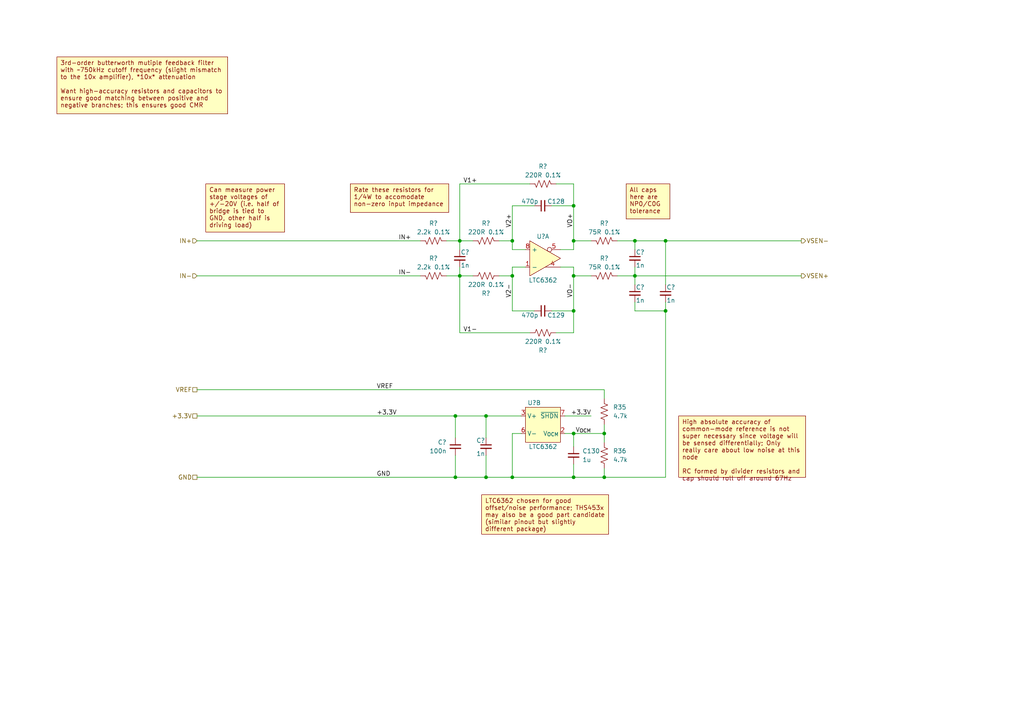
<source format=kicad_sch>
(kicad_sch (version 20230121) (generator eeschema)
  (paper "A4")
  (title_block (title "Shim Amplifier Prototype") (date "2023-08-01") (rev "A.1") (company "Ishaan Govindarajan"))
  (lib_symbols
    (symbol "Custom-AnalogIC:LTC6362"
      (property "Reference" "U" (at -2.54 6.35 0))
      (property "Value" "LTC6362" (at 0 -6.35 0))
      (symbol "LTC6362_1_1"
        (polyline (pts (xy -3.81 5.08) (xy -3.81 -5.08) (xy 5.08 0) (xy -3.81 5.08)) (fill (type background)))
        (pin input line (at -5.08 -2.54 0) (length 1.27) (name "-") (number "1"))
        (pin output line (at 5.08 -2.54 180) (length 4.445) (name "") (number "4"))
        (pin output inverted (at 5.08 2.54 180) (length 3.81) (name "") (number "5"))
        (pin input line (at -5.08 2.54 0) (length 1.27) (name "+") (number "8"))
      )
      (symbol "LTC6362_2_1"
        (rectangle (start -5.08 5.08) (end 5.08 -5.08) (fill (type background)))
        (pin input line (at 6.35 -2.54 180) (length 1.27) (name "V_{OCM}") (number "2"))
        (pin power_in line (at -6.35 2.54 0) (length 1.27) (name "V+") (number "3"))
        (pin power_in line (at -6.35 -2.54 0) (length 1.27) (name "V-") (number "6"))
        (pin input line (at 6.35 2.54 180) (length 1.27) (name "~{SHDN}") (number "7"))
      )
    )
    (symbol "Custom-Capacitor:CL10B102KB8NNNC" (pin_numbers hide) (pin_names (offset 0.254) hide)
      (property "Reference" "C" (at 0.254 1.778 0))
      (property "Value" "1n" (at 0.254 -2.032 0))
      (symbol "CL10B102KB8NNNC_0_1"
        (polyline (pts (xy -1.524 -0.508) (xy 1.524 -0.508)) (stroke (width 0.3302)))
        (polyline (pts (xy -1.524 0.508) (xy 1.524 0.508)) (stroke (width 0.3048)))
      )
      (symbol "CL10B102KB8NNNC_1_1"
        (pin passive line (at 0 2.54 270) (length 2.032) (name "~") (number "1"))
        (pin passive line (at 0 -2.54 90) (length 2.032) (name "~") (number "2"))
      )
    )
    (symbol "Custom-Capacitor:CL10B104KB8NNWC" (pin_numbers hide) (pin_names (offset 0.254) hide)
      (property "Reference" "C" (at 0.254 1.778 0))
      (property "Value" "100n" (at 0.254 -2.032 0))
      (symbol "CL10B104KB8NNWC_0_1"
        (polyline (pts (xy -1.524 -0.508) (xy 1.524 -0.508)) (stroke (width 0.3302)))
        (polyline (pts (xy -1.524 0.508) (xy 1.524 0.508)) (stroke (width 0.3048)))
      )
      (symbol "CL10B104KB8NNWC_1_1"
        (pin passive line (at 0 2.54 270) (length 2.032) (name "~") (number "1"))
        (pin passive line (at 0 -2.54 90) (length 2.032) (name "~") (number "2"))
      )
    )
    (symbol "Custom-Capacitor:CL21B105KBFNNNG" (pin_numbers hide) (pin_names (offset 0.254) hide)
      (property "Reference" "C" (at 0.254 1.778 0))
      (property "Value" "1u" (at 0.254 -2.032 0))
      (symbol "CL21B105KBFNNNG_0_1"
        (polyline (pts (xy -1.524 -0.508) (xy 1.524 -0.508)) (stroke (width 0.3302)))
        (polyline (pts (xy -1.524 0.508) (xy 1.524 0.508)) (stroke (width 0.3048)))
      )
      (symbol "CL21B105KBFNNNG_1_1"
        (pin passive line (at 0 2.54 270) (length 2.032) (name "~") (number "1"))
        (pin passive line (at 0 -2.54 90) (length 2.032) (name "~") (number "2"))
      )
    )
    (symbol "Custom-Capacitor:GCM1885C2A471FA16D" (pin_numbers hide) (pin_names (offset 0.254) hide)
      (property "Reference" "C" (at 0.254 1.778 0))
      (property "Value" "470p" (at 0.254 -2.032 0))
      (symbol "GCM1885C2A471FA16D_0_1"
        (polyline (pts (xy -1.524 -0.508) (xy 1.524 -0.508)) (stroke (width 0.3302)))
        (polyline (pts (xy -1.524 0.508) (xy 1.524 0.508)) (stroke (width 0.3048)))
      )
      (symbol "GCM1885C2A471FA16D_1_1"
        (pin passive line (at 0 2.54 270) (length 2.032) (name "~") (number "1"))
        (pin passive line (at 0 -2.54 90) (length 2.032) (name "~") (number "2"))
      )
    )
    (symbol "Custom-Resistor:RMCF0603FT4K70" (pin_numbers hide) (pin_names (offset 0))
      (property "Reference" "R" (at 2.54 0 90))
      (property "Value" "4.7k" (at -2.54 0 90))
      (symbol "RMCF0603FT4K70_0_1"
        (polyline (pts (xy 0 -2.286) (xy 0 -2.54)))
        (polyline (pts (xy 0 2.286) (xy 0 2.54)))
        (polyline (pts (xy 0 -0.762) (xy 1.016 -1.143) (xy 0 -1.524) (xy -1.016 -1.905) (xy 0 -2.286)))
        (polyline (pts (xy 0 0.762) (xy 1.016 0.381) (xy 0 0) (xy -1.016 -0.381) (xy 0 -0.762)))
        (polyline (pts (xy 0 2.286) (xy 1.016 1.905) (xy 0 1.524) (xy -1.016 1.143) (xy 0 0.762)))
      )
      (symbol "RMCF0603FT4K70_1_1"
        (pin passive line (at 0 3.81 270) (length 1.27) (name "~") (number "1"))
        (pin passive line (at 0 -3.81 90) (length 1.27) (name "~") (number "2"))
      )
    )
    (symbol "Custom-Resistor:RN73R1JTTD2200B25" (pin_numbers hide) (pin_names (offset 0))
      (property "Reference" "R" (at 2.54 0 90))
      (property "Value" "220R 0.1%" (at -2.54 0 90))
      (symbol "RN73R1JTTD2200B25_0_1"
        (polyline (pts (xy 0 -2.286) (xy 0 -2.54)))
        (polyline (pts (xy 0 2.286) (xy 0 2.54)))
        (polyline (pts (xy 0 -0.762) (xy 1.016 -1.143) (xy 0 -1.524) (xy -1.016 -1.905) (xy 0 -2.286)))
        (polyline (pts (xy 0 0.762) (xy 1.016 0.381) (xy 0 0) (xy -1.016 -0.381) (xy 0 -0.762)))
        (polyline (pts (xy 0 2.286) (xy 1.016 1.905) (xy 0 1.524) (xy -1.016 1.143) (xy 0 0.762)))
      )
      (symbol "RN73R1JTTD2200B25_1_1"
        (pin passive line (at 0 3.81 270) (length 1.27) (name "~") (number "1"))
        (pin passive line (at 0 -3.81 90) (length 1.27) (name "~") (number "2"))
      )
    )
    (symbol "Custom-Resistor:RN73R1JTTD75R0B25" (pin_numbers hide) (pin_names (offset 0))
      (property "Reference" "R" (at 2.54 0 90))
      (property "Value" "75R 0.1%" (at -2.54 0 90))
      (symbol "RN73R1JTTD75R0B25_0_1"
        (polyline (pts (xy 0 -2.286) (xy 0 -2.54)))
        (polyline (pts (xy 0 2.286) (xy 0 2.54)))
        (polyline (pts (xy 0 -0.762) (xy 1.016 -1.143) (xy 0 -1.524) (xy -1.016 -1.905) (xy 0 -2.286)))
        (polyline (pts (xy 0 0.762) (xy 1.016 0.381) (xy 0 0) (xy -1.016 -0.381) (xy 0 -0.762)))
        (polyline (pts (xy 0 2.286) (xy 1.016 1.905) (xy 0 1.524) (xy -1.016 1.143) (xy 0 0.762)))
      )
      (symbol "RN73R1JTTD75R0B25_1_1"
        (pin passive line (at 0 3.81 270) (length 1.27) (name "~") (number "1"))
        (pin passive line (at 0 -3.81 90) (length 1.27) (name "~") (number "2"))
      )
    )
    (symbol "Custom-Resistor:RN73R2BTTD2201B25" (pin_numbers hide) (pin_names (offset 0))
      (property "Reference" "R" (at 2.54 0 90))
      (property "Value" "2.2k 0.1%" (at -2.54 0 90))
      (symbol "RN73R2BTTD2201B25_0_1"
        (polyline (pts (xy 0 -2.286) (xy 0 -2.54)))
        (polyline (pts (xy 0 2.286) (xy 0 2.54)))
        (polyline (pts (xy 0 -0.762) (xy 1.016 -1.143) (xy 0 -1.524) (xy -1.016 -1.905) (xy 0 -2.286)))
        (polyline (pts (xy 0 0.762) (xy 1.016 0.381) (xy 0 0) (xy -1.016 -0.381) (xy 0 -0.762)))
        (polyline (pts (xy 0 2.286) (xy 1.016 1.905) (xy 0 1.524) (xy -1.016 1.143) (xy 0 0.762)))
      )
      (symbol "RN73R2BTTD2201B25_1_1"
        (pin passive line (at 0 3.81 270) (length 1.27) (name "~") (number "1"))
        (pin passive line (at 0 -3.81 90) (length 1.27) (name "~") (number "2"))
      )
    )
  )
  (junction (at 132.08 120.65))
  (junction (at 133.35 80.01))
  (junction (at 184.15 80.01))
  (junction (at 175.26 138.43))
  (junction (at 166.37 90.17))
  (junction (at 193.04 90.17))
  (junction (at 132.08 138.43))
  (junction (at 133.35 69.85))
  (junction (at 193.04 69.85))
  (junction (at 140.97 138.43))
  (junction (at 166.37 125.73))
  (junction (at 148.59 80.01))
  (junction (at 166.37 69.85))
  (junction (at 166.37 138.43))
  (junction (at 148.59 69.85))
  (junction (at 175.26 125.73))
  (junction (at 140.97 120.65))
  (junction (at 148.59 138.43))
  (junction (at 184.15 69.85))
  (junction (at 166.37 59.69))
  (junction (at 166.37 80.01))
  (wire (pts (xy 166.37 138.43) (xy 175.26 138.43)))
  (wire (pts (xy 166.37 53.34) (xy 166.37 59.69)))
  (wire (pts (xy 152.4 77.47) (xy 148.59 77.47)))
  (wire (pts (xy 166.37 59.69) (xy 160.02 59.69)))
  (wire (pts (xy 163.83 125.73) (xy 166.37 125.73)))
  (wire (pts (xy 175.26 135.89) (xy 175.26 138.43)))
  (wire (pts (xy 193.04 90.17) (xy 193.04 138.43)))
  (wire (pts (xy 175.26 138.43) (xy 193.04 138.43)))
  (wire (pts (xy 140.97 120.65) (xy 151.13 120.65)))
  (wire (pts (xy 166.37 90.17) (xy 160.02 90.17)))
  (wire (pts (xy 148.59 90.17) (xy 154.94 90.17)))
  (wire (pts (xy 175.26 125.73) (xy 175.26 123.19)))
  (wire (pts (xy 166.37 77.47) (xy 162.56 77.47)))
  (wire (pts (xy 184.15 69.85) (xy 184.15 72.39)))
  (wire (pts (xy 133.35 69.85) (xy 129.54 69.85)))
  (wire (pts (xy 166.37 134.62) (xy 166.37 138.43)))
  (wire (pts (xy 57.15 80.01) (xy 121.92 80.01)))
  (wire (pts (xy 132.08 138.43) (xy 140.97 138.43)))
  (wire (pts (xy 132.08 132.08) (xy 132.08 138.43)))
  (wire (pts (xy 166.37 96.52) (xy 161.29 96.52)))
  (wire (pts (xy 166.37 96.52) (xy 166.37 90.17)))
  (wire (pts (xy 148.59 138.43) (xy 166.37 138.43)))
  (wire (pts (xy 140.97 120.65) (xy 140.97 127)))
  (wire (pts (xy 166.37 80.01) (xy 166.37 77.47)))
  (wire (pts (xy 175.26 115.57) (xy 175.26 113.03)))
  (wire (pts (xy 148.59 125.73) (xy 151.13 125.73)))
  (wire (pts (xy 193.04 69.85) (xy 232.41 69.85)))
  (wire (pts (xy 163.83 120.65) (xy 171.45 120.65)))
  (wire (pts (xy 184.15 69.85) (xy 193.04 69.85)))
  (wire (pts (xy 175.26 125.73) (xy 175.26 128.27)))
  (wire (pts (xy 57.15 113.03) (xy 175.26 113.03)))
  (wire (pts (xy 57.15 138.43) (xy 132.08 138.43)))
  (wire (pts (xy 140.97 132.08) (xy 140.97 138.43)))
  (wire (pts (xy 166.37 59.69) (xy 166.37 69.85)))
  (wire (pts (xy 148.59 69.85) (xy 148.59 72.39)))
  (wire (pts (xy 171.45 69.85) (xy 166.37 69.85)))
  (wire (pts (xy 184.15 90.17) (xy 193.04 90.17)))
  (wire (pts (xy 148.59 69.85) (xy 148.59 59.69)))
  (wire (pts (xy 152.4 72.39) (xy 148.59 72.39)))
  (wire (pts (xy 153.67 96.52) (xy 133.35 96.52)))
  (wire (pts (xy 133.35 80.01) (xy 129.54 80.01)))
  (wire (pts (xy 184.15 69.85) (xy 179.07 69.85)))
  (wire (pts (xy 166.37 125.73) (xy 166.37 129.54)))
  (wire (pts (xy 184.15 80.01) (xy 184.15 82.55)))
  (wire (pts (xy 133.35 53.34) (xy 133.35 69.85)))
  (wire (pts (xy 57.15 120.65) (xy 132.08 120.65)))
  (wire (pts (xy 166.37 72.39) (xy 162.56 72.39)))
  (wire (pts (xy 232.41 80.01) (xy 184.15 80.01)))
  (wire (pts (xy 166.37 125.73) (xy 175.26 125.73)))
  (wire (pts (xy 132.08 120.65) (xy 140.97 120.65)))
  (wire (pts (xy 137.16 80.01) (xy 133.35 80.01)))
  (wire (pts (xy 166.37 53.34) (xy 161.29 53.34)))
  (wire (pts (xy 153.67 53.34) (xy 133.35 53.34)))
  (wire (pts (xy 148.59 69.85) (xy 144.78 69.85)))
  (wire (pts (xy 148.59 138.43) (xy 148.59 125.73)))
  (wire (pts (xy 133.35 69.85) (xy 133.35 72.39)))
  (wire (pts (xy 184.15 80.01) (xy 179.07 80.01)))
  (wire (pts (xy 148.59 80.01) (xy 144.78 80.01)))
  (wire (pts (xy 132.08 120.65) (xy 132.08 127)))
  (wire (pts (xy 184.15 87.63) (xy 184.15 90.17)))
  (wire (pts (xy 133.35 77.47) (xy 133.35 80.01)))
  (wire (pts (xy 137.16 69.85) (xy 133.35 69.85)))
  (wire (pts (xy 166.37 69.85) (xy 166.37 72.39)))
  (wire (pts (xy 148.59 77.47) (xy 148.59 80.01)))
  (wire (pts (xy 193.04 69.85) (xy 193.04 82.55)))
  (wire (pts (xy 57.15 69.85) (xy 121.92 69.85)))
  (wire (pts (xy 148.59 59.69) (xy 154.94 59.69)))
  (wire (pts (xy 166.37 90.17) (xy 166.37 80.01)))
  (wire (pts (xy 148.59 80.01) (xy 148.59 90.17)))
  (wire (pts (xy 171.45 80.01) (xy 166.37 80.01)))
  (wire (pts (xy 133.35 96.52) (xy 133.35 80.01)))
  (wire (pts (xy 140.97 138.43) (xy 148.59 138.43)))
  (wire (pts (xy 193.04 87.63) (xy 193.04 90.17)))
  (wire (pts (xy 184.15 77.47) (xy 184.15 80.01)))
  (text_box "LTC6362 chosen for good offset/noise performance; THS453x may also be a good part candidate (similar pinout but slightly different package)\n" (at 139.7 143.51 0) (size 36.83 11.43) (stroke (width 0) (color 132 0 0 1)) (fill (type color) (color 255 255 194 1)) (effects (font (size 1.27 1.27)) (justify left top)))
  (text_box "3rd-order butterworth mutiple feedback filter with ~750kHz cutoff frequency (slight mismatch to the 10x amplifier), *10x* attenuation\n\nWant high-accuracy resistors and capacitors to ensure good matching between positive and negative branches; this ensures good CMR" (at 16.51 16.51 0) (size 49.53 16.51) (stroke (width 0) (color 132 0 0 1)) (fill (type color) (color 255 255 194 1)) (effects (font (size 1.27 1.27)) (justify left top)))
  (text_box "All caps here are NP0/C0G tolerance\n" (at 181.61 53.34 0) (size 12.7 10.16) (stroke (width 0) (color 132 0 0 1)) (fill (type color) (color 255 255 194 1)) (effects (font (size 1.27 1.27)) (justify left top)))
  (text_box "Rate these resistors for 1/4W to accomodate non-zero input impedance" (at 101.6 53.34 0) (size 28.575 8.255) (stroke (width 0) (color 132 0 0 1)) (fill (type color) (color 255 255 194 1)) (effects (font (size 1.27 1.27)) (justify left top)))
  (text_box "Can measure power stage voltages of +/-20V (i.e. half of bridge is tied to GND, other half is driving load)" (at 59.69 53.34 0) (size 22.86 13.97) (stroke (width 0) (color 132 0 0 1)) (fill (type color) (color 255 255 194 1)) (effects (font (size 1.27 1.27)) (justify left top)))
  (text_box "High absolute accuracy of common-mode reference is not super necessary since voltage will be sensed differentially; Only really care about low noise at this node\n\nRC formed by divider resistors and cap should roll off around 67Hz\n" (at 196.85 120.65 0) (size 36.83 17.78) (stroke (width 0) (color 132 0 0 1)) (fill (type color) (color 255 255 194 1)) (effects (font (size 1.27 1.27)) (justify left top)))
  (label "+3.3V" (at 171.45 120.65 180))
  (label "V1-" (at 138.43 96.52 180))
  (label "GND" (at 109.22 138.43 0))
  (label "IN+" (at 115.57 69.85 0))
  (label "V2+" (at 148.59 66.04 90))
  (label "V_{OCM}" (at 171.45 125.73 180))
  (label "V1+" (at 138.43 53.34 180))
  (label "VREF" (at 109.22 113.03 0))
  (label "V2-" (at 148.59 86.36 90))
  (label "+3.3V" (at 109.22 120.65 0))
  (label "VO-" (at 166.37 86.36 90))
  (label "VO+" (at 166.37 66.04 90))
  (label "IN-" (at 115.57 80.01 0))
  (hierarchical_label "IN+" (shape input) (at 57.15 69.85 180))
  (hierarchical_label "GND" (shape passive) (at 57.15 138.43 180))
  (hierarchical_label "VREF" (shape passive) (at 57.15 113.03 180))
  (hierarchical_label "+3.3V" (shape passive) (at 57.15 120.65 180))
  (hierarchical_label "VSEN-" (shape output) (at 232.41 69.85 0))
  (hierarchical_label "IN-" (shape input) (at 57.15 80.01 180))
  (hierarchical_label "VSEN+" (shape output) (at 232.41 80.01 0))
  (symbol (lib_id "Custom-Resistor:RN73R1JTTD75R0B25") (at 175.26 80.01 270) (mirror x) (unit 1)
    (property "Reference" "R?" (at 175.26 74.93 90))
    (property "Value" "75R 0.1%" (at 175.26 77.47 90))
    (property "Footprint" "Resistor_SMD:R_0603_1608Metric_Pad0.98x0.95mm_HandSolder" (effects hide))
    (property "Datasheet" "https://www.koaspeer.com/pdfs/RN73R.pdf" (effects hide))
    (property "Manufacturer" "KOA Speer Electronics, Inc." (effects hide))
    (property "Part Number" "RN73R1JTTD75R0B25" (effects hide))
    (instances (project "Class-D Prototype RevB" (path "" (reference "R?") (unit 1)) (path "" (reference "R34") (unit 1))))
  )
  (symbol (lib_id "Custom-Resistor:RN73R1JTTD2200B25") (at 157.48 53.34 270) (mirror x) (unit 1)
    (property "Reference" "R?" (at 157.48 48.26 90))
    (property "Value" "220R 0.1%" (at 157.48 50.8 90))
    (property "Footprint" "Resistor_SMD:R_0603_1608Metric_Pad0.98x0.95mm_HandSolder" (effects hide))
    (property "Datasheet" "https://www.koaspeer.com/pdfs/RN73R.pdf" (effects hide))
    (property "Manufacturer" "KOA Speer Electronics, Inc." (effects hide))
    (property "Part Number" "RN73R1JTTD2200B25" (effects hide))
    (instances (project "Class-D Prototype RevB" (path "" (reference "R?") (unit 1)) (path "" (reference "R31") (unit 1))))
  )
  (symbol (lib_id "Custom-Resistor:RN73R2BTTD2201B25") (at 125.73 80.01 270) (mirror x) (unit 1)
    (property "Reference" "R?" (at 125.73 74.93 90))
    (property "Value" "2.2k 0.1%" (at 125.73 77.47 90))
    (property "Footprint" "Resistor_SMD:R_1206_3216Metric_Pad1.30x1.75mm_HandSolder" (effects hide))
    (property "Datasheet" "https://www.koaspeer.com/pdfs/RN73R.pdf" (effects hide))
    (property "Manufacturer" "KOA Speer Electronics, Inc." (effects hide))
    (property "Part Number" "RN73R2BTTD2201B25" (effects hide))
    (instances (project "Class-D Prototype RevB" (path "" (reference "R?") (unit 1)) (path "" (reference "R28") (unit 1))))
  )
  (symbol (lib_id "Custom-Capacitor:CL10B102KB8NNNC") (at 193.04 85.09 0) (unit 1)
    (property "Reference" "C?" (at 193.294 83.312 0) (effects (justify left)))
    (property "Value" "1n" (at 193.294 87.122 0) (effects (justify left)))
    (property "Footprint" "Capacitor_SMD:C_0603_1608Metric_Pad1.08x0.95mm_HandSolder" (effects hide))
    (property "Datasheet" "https://product.samsungsem.com/mlcc/CL10B102KB8NNN.do" (effects hide))
    (property "Manufacturer" "Samsung Electro-Mechanics" (effects hide))
    (property "Part Number" "CL10B102KB8NNNC" (effects hide))
    (instances (project "Class-D Prototype RevB" (path "" (reference "C?") (unit 1)) (path "" (reference "C133") (unit 1))))
  )
  (symbol (lib_id "Custom-Resistor:RN73R1JTTD2200B25") (at 140.97 80.01 270) (unit 1)
    (property "Reference" "R?" (at 140.97 85.09 90))
    (property "Value" "220R 0.1%" (at 140.97 82.55 90))
    (property "Footprint" "Resistor_SMD:R_0603_1608Metric_Pad0.98x0.95mm_HandSolder" (effects hide))
    (property "Datasheet" "https://www.koaspeer.com/pdfs/RN73R.pdf" (effects hide))
    (property "Manufacturer" "KOA Speer Electronics, Inc." (effects hide))
    (property "Part Number" "RN73R1JTTD2200B25" (effects hide))
    (instances (project "Class-D Prototype RevB" (path "" (reference "R?") (unit 1)) (path "" (reference "R30") (unit 1))))
  )
  (symbol (lib_id "Custom-Resistor:RN73R1JTTD75R0B25") (at 175.26 69.85 270) (mirror x) (unit 1)
    (property "Reference" "R?" (at 175.26 64.77 90))
    (property "Value" "75R 0.1%" (at 175.26 67.31 90))
    (property "Footprint" "Resistor_SMD:R_0603_1608Metric_Pad0.98x0.95mm_HandSolder" (effects hide))
    (property "Datasheet" "https://www.koaspeer.com/pdfs/RN73R.pdf" (effects hide))
    (property "Manufacturer" "KOA Speer Electronics, Inc." (effects hide))
    (property "Part Number" "RN73R1JTTD75R0B25" (effects hide))
    (instances (project "Class-D Prototype RevB" (path "" (reference "R?") (unit 1)) (path "" (reference "R33") (unit 1))))
  )
  (symbol (lib_id "Custom-AnalogIC:LTC6362") (at 157.48 123.19 0) (unit 2)
    (property "Reference" "U?" (at 154.94 116.84 0))
    (property "Value" "LTC6362" (at 157.48 129.54 0))
    (property "Footprint" "Package_SO:MSOP-8_3x3mm_P0.65mm" (effects hide))
    (property "Datasheet" "https://www.analog.com/media/en/technical-documentation/data-sheets/6362fa.pdf" (effects hide))
    (property "Manufacturer" "Analog Devices Inc." (effects hide))
    (property "Part Number" "LTC6362CMS8#TRPBF" (effects hide))
    (instances (project "Class-D Prototype RevB" (path "" (reference "U?") (unit 2)) (path "" (reference "U6") (unit 2))))
  )
  (symbol (lib_id "Custom-Capacitor:CL10B102KB8NNNC") (at 133.35 74.93 0) (unit 1)
    (property "Reference" "C?" (at 133.604 73.152 0) (effects (justify left)))
    (property "Value" "1n" (at 133.604 76.962 0) (effects (justify left)))
    (property "Footprint" "Capacitor_SMD:C_0603_1608Metric_Pad1.08x0.95mm_HandSolder" (effects hide))
    (property "Datasheet" "https://product.samsungsem.com/mlcc/CL10B102KB8NNN.do" (effects hide))
    (property "Manufacturer" "Samsung Electro-Mechanics" (effects hide))
    (property "Part Number" "CL10B102KB8NNNC" (effects hide))
    (instances (project "Class-D Prototype RevB" (path "" (reference "C?") (unit 1)) (path "" (reference "C126") (unit 1))))
  )
  (symbol (lib_id "Custom-Capacitor:GCM1885C2A471FA16D") (at 157.48 59.69 90) (unit 1)
    (property "Reference" "C128" (at 161.29 58.42 90))
    (property "Value" "470p" (at 153.67 58.42 90))
    (property "Footprint" "Capacitor_SMD:C_0603_1608Metric_Pad1.08x0.95mm_HandSolder" (effects hide))
    (property "Datasheet" "https://search.murata.co.jp/Ceramy/image/img/A01X/G101/ENG/GCM1885C2A471FA16-01.pdf" (effects hide))
    (property "Manufacturer" "Murata Electronics" (effects hide))
    (property "Part Number" "GCM1885C2A471FA16D" (effects hide))
  )
  (symbol (lib_id "Custom-Capacitor:CL10B102KB8NNNC") (at 184.15 85.09 0) (unit 1)
    (property "Reference" "C?" (at 184.404 83.312 0) (effects (justify left)))
    (property "Value" "1n" (at 184.404 87.122 0) (effects (justify left)))
    (property "Footprint" "Capacitor_SMD:C_0603_1608Metric_Pad1.08x0.95mm_HandSolder" (effects hide))
    (property "Datasheet" "https://product.samsungsem.com/mlcc/CL10B102KB8NNN.do" (effects hide))
    (property "Manufacturer" "Samsung Electro-Mechanics" (effects hide))
    (property "Part Number" "CL10B102KB8NNNC" (effects hide))
    (instances (project "Class-D Prototype RevB" (path "" (reference "C?") (unit 1)) (path "" (reference "C132") (unit 1))))
  )
  (symbol (lib_id "Custom-Resistor:RMCF0603FT4K70") (at 175.26 119.38 0) (unit 1)
    (property "Reference" "R35" (at 177.8 118.11 0) (effects (justify left)))
    (property "Value" "4.7k" (at 177.8 120.65 0) (effects (justify left)))
    (property "Footprint" "Resistor_SMD:R_0603_1608Metric_Pad0.98x0.95mm_HandSolder" (effects hide))
    (property "Datasheet" "https://www.seielect.com/Catalog/SEI-RMCF_RMCP.pdf" (effects hide))
    (property "Manufacturer" "Stackpole Electronics Inc" (effects hide))
    (property "Part Number" "RMCF0603FT4K70" (effects hide))
  )
  (symbol (lib_id "Custom-Resistor:RMCF0603FT4K70") (at 175.26 132.08 0) (unit 1)
    (property "Reference" "R36" (at 177.8 130.81 0) (effects (justify left)))
    (property "Value" "4.7k" (at 177.8 133.35 0) (effects (justify left)))
    (property "Footprint" "Resistor_SMD:R_0603_1608Metric_Pad0.98x0.95mm_HandSolder" (effects hide))
    (property "Datasheet" "https://www.seielect.com/Catalog/SEI-RMCF_RMCP.pdf" (effects hide))
    (property "Manufacturer" "Stackpole Electronics Inc" (effects hide))
    (property "Part Number" "RMCF0603FT4K70" (effects hide))
  )
  (symbol (lib_id "Custom-Capacitor:CL21B105KBFNNNG") (at 166.37 132.08 0) (unit 1)
    (property "Reference" "C130" (at 168.91 130.8163 0) (effects (justify left)))
    (property "Value" "1u" (at 168.91 133.3563 0) (effects (justify left)))
    (property "Footprint" "Capacitor_SMD:C_0805_2012Metric_Pad1.18x1.45mm_HandSolder" (effects hide))
    (property "Datasheet" "https://media.digikey.com/pdf/Data%20Sheets/Samsung%20PDFs/CL21B105KBFNNNG_Spec.pdf" (effects hide))
    (property "Manufacturer" "Samsung Electro-Mechanics" (effects hide))
    (property "Part Number" "CL21B105KBFNNNG" (effects hide))
  )
  (symbol (lib_id "Custom-Capacitor:CL10B102KB8NNNC") (at 140.97 129.54 0) (mirror y) (unit 1)
    (property "Reference" "C?" (at 140.716 127.762 0) (effects (justify left)))
    (property "Value" "1n" (at 140.716 131.572 0) (effects (justify left)))
    (property "Footprint" "Capacitor_SMD:C_0603_1608Metric_Pad1.08x0.95mm_HandSolder" (effects hide))
    (property "Datasheet" "https://product.samsungsem.com/mlcc/CL10B102KB8NNN.do" (effects hide))
    (property "Manufacturer" "Samsung Electro-Mechanics" (effects hide))
    (property "Part Number" "CL10B102KB8NNNC" (effects hide))
    (instances (project "Class-D Prototype RevB" (path "" (reference "C?") (unit 1)) (path "" (reference "C127") (unit 1))))
  )
  (symbol (lib_id "Custom-Capacitor:GCM1885C2A471FA16D") (at 157.48 90.17 90) (mirror x) (unit 1)
    (property "Reference" "C129" (at 161.29 91.44 90))
    (property "Value" "470p" (at 153.67 91.44 90))
    (property "Footprint" "Capacitor_SMD:C_0603_1608Metric_Pad1.08x0.95mm_HandSolder" (effects hide))
    (property "Datasheet" "https://search.murata.co.jp/Ceramy/image/img/A01X/G101/ENG/GCM1885C2A471FA16-01.pdf" (effects hide))
    (property "Manufacturer" "Murata Electronics" (effects hide))
    (property "Part Number" "GCM1885C2A471FA16D" (effects hide))
  )
  (symbol (lib_id "Custom-Capacitor:CL10B102KB8NNNC") (at 184.15 74.93 0) (unit 1)
    (property "Reference" "C?" (at 184.404 73.152 0) (effects (justify left)))
    (property "Value" "1n" (at 184.404 76.962 0) (effects (justify left)))
    (property "Footprint" "Capacitor_SMD:C_0603_1608Metric_Pad1.08x0.95mm_HandSolder" (effects hide))
    (property "Datasheet" "https://product.samsungsem.com/mlcc/CL10B102KB8NNN.do" (effects hide))
    (property "Manufacturer" "Samsung Electro-Mechanics" (effects hide))
    (property "Part Number" "CL10B102KB8NNNC" (effects hide))
    (instances (project "Class-D Prototype RevB" (path "" (reference "C?") (unit 1)) (path "" (reference "C131") (unit 1))))
  )
  (symbol (lib_id "Custom-Resistor:RN73R2BTTD2201B25") (at 125.73 69.85 270) (mirror x) (unit 1)
    (property "Reference" "R?" (at 125.73 64.77 90))
    (property "Value" "2.2k 0.1%" (at 125.73 67.31 90))
    (property "Footprint" "Resistor_SMD:R_1206_3216Metric_Pad1.30x1.75mm_HandSolder" (effects hide))
    (property "Datasheet" "https://www.koaspeer.com/pdfs/RN73R.pdf" (effects hide))
    (property "Manufacturer" "KOA Speer Electronics, Inc." (effects hide))
    (property "Part Number" "RN73R2BTTD2201B25" (effects hide))
    (instances (project "Class-D Prototype RevB" (path "" (reference "R?") (unit 1)) (path "" (reference "R27") (unit 1))))
  )
  (symbol (lib_id "Custom-Capacitor:CL10B104KB8NNWC") (at 132.08 129.54 0) (unit 1)
    (property "Reference" "C?" (at 129.54 128.2763 0) (effects (justify right)))
    (property "Value" "100n" (at 129.54 130.8163 0) (effects (justify right)))
    (property "Footprint" "Capacitor_SMD:C_0603_1608Metric_Pad1.08x0.95mm_HandSolder" (effects hide))
    (property "Datasheet" "https://product.samsungsem.com/mlcc/CL31B106KAHNFN.do" (effects hide))
    (property "Manufacturer" "Samsung Electro-Mechanics" (effects hide))
    (property "Part Number" "CL10B104KB8NNWC" (effects hide))
    (instances (project "Class-D Prototype RevB" (path "" (reference "C?") (unit 1)) (path "" (reference "C125") (unit 1))))
  )
  (symbol (lib_id "Custom-Resistor:RN73R1JTTD2200B25") (at 140.97 69.85 270) (mirror x) (unit 1)
    (property "Reference" "R?" (at 140.97 64.77 90))
    (property "Value" "220R 0.1%" (at 140.97 67.31 90))
    (property "Footprint" "Resistor_SMD:R_0603_1608Metric_Pad0.98x0.95mm_HandSolder" (effects hide))
    (property "Datasheet" "https://www.koaspeer.com/pdfs/RN73R.pdf" (effects hide))
    (property "Manufacturer" "KOA Speer Electronics, Inc." (effects hide))
    (property "Part Number" "RN73R1JTTD2200B25" (effects hide))
    (instances (project "Class-D Prototype RevB" (path "" (reference "R?") (unit 1)) (path "" (reference "R29") (unit 1))))
  )
  (symbol (lib_id "Custom-AnalogIC:LTC6362") (at 157.48 74.93 0) (unit 1)
    (property "Reference" "U?" (at 157.48 68.58 0))
    (property "Value" "LTC6362" (at 157.48 81.28 0))
    (property "Footprint" "Package_SO:MSOP-8_3x3mm_P0.65mm" (effects hide))
    (property "Datasheet" "https://www.analog.com/media/en/technical-documentation/data-sheets/6362fa.pdf" (effects hide))
    (property "Manufacturer" "Analog Devices Inc." (effects hide))
    (property "Part Number" "LTC6362CMS8#TRPBF" (effects hide))
    (instances (project "Class-D Prototype RevB" (path "" (reference "U?") (unit 1)) (path "" (reference "U6") (unit 1))))
  )
  (symbol (lib_id "Custom-Resistor:RN73R1JTTD2200B25") (at 157.48 96.52 270) (unit 1)
    (property "Reference" "R?" (at 157.48 101.6 90))
    (property "Value" "220R 0.1%" (at 157.48 99.06 90))
    (property "Footprint" "Resistor_SMD:R_0603_1608Metric_Pad0.98x0.95mm_HandSolder" (effects hide))
    (property "Datasheet" "https://www.koaspeer.com/pdfs/RN73R.pdf" (effects hide))
    (property "Manufacturer" "KOA Speer Electronics, Inc." (effects hide))
    (property "Part Number" "RN73R1JTTD2200B25" (effects hide))
    (instances (project "Class-D Prototype RevB" (path "" (reference "R?") (unit 1)) (path "" (reference "R32") (unit 1))))
  )
)
</source>
